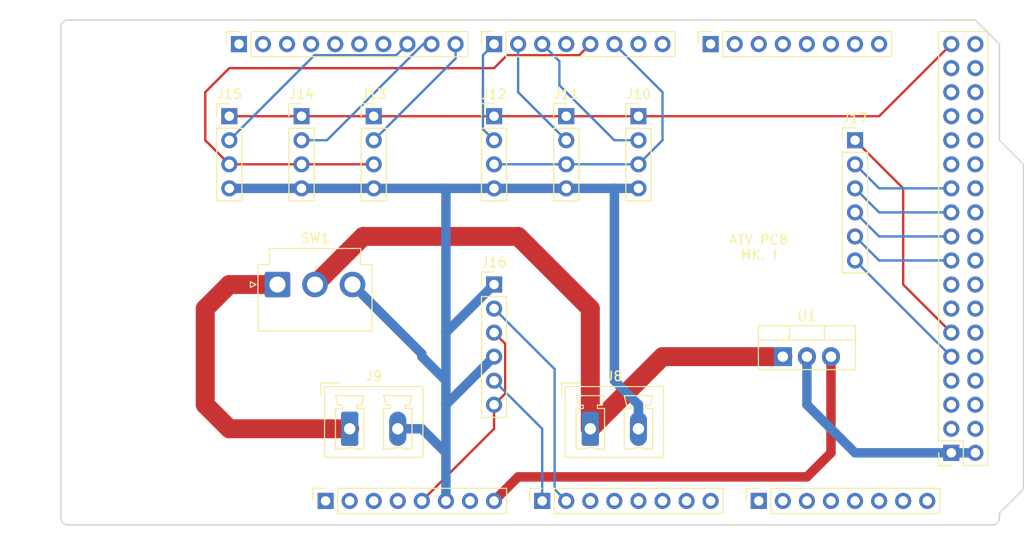
<source format=kicad_pcb>
(kicad_pcb (version 20221018) (generator pcbnew)
  (title_block (date "mar. 31 mars 2015"))
  (layers (0 "F.Cu" signal) (31 "B.Cu" signal) (34 "B.Paste" user) (35 "F.Paste" user) (36 "B.SilkS" user "B.Silkscreen") (37 "F.SilkS" user "F.Silkscreen") (38 "B.Mask" user) (39 "F.Mask" user) (44 "Edge.Cuts" user))
  (net 0 "")
  (net 1 "GND")
  (net 2 "/*52")
  (net 3 "/53")
  (net 4 "/50")
  (net 5 "/51")
  (net 6 "/48")
  (net 7 "/49")
  (net 8 "/*46")
  (net 9 "/47")
  (net 10 "/*44")
  (net 11 "/*45")
  (net 12 "/42")
  (net 13 "/43")
  (net 14 "/40")
  (net 15 "/41")
  (net 16 "/38")
  (net 17 "/39")
  (net 18 "/36")
  (net 19 "/37")
  (net 20 "/34")
  (net 21 "/35")
  (net 22 "/32")
  (net 23 "/33")
  (net 24 "/30")
  (net 25 "/31")
  (net 26 "/28")
  (net 27 "/29")
  (net 28 "/26")
  (net 29 "/27")
  (net 30 "/24")
  (net 31 "/25")
  (net 32 "/22")
  (net 33 "/23")
  (net 34 "+5V")
  (net 35 "/IOREF")
  (net 36 "/A0")
  (net 37 "/A1")
  (net 38 "/A2")
  (net 39 "/A3")
  (net 40 "/A4")
  (net 41 "/A5")
  (net 42 "/A6")
  (net 43 "/A7")
  (net 44 "/A8")
  (net 45 "/A9")
  (net 46 "/A10")
  (net 47 "/A11")
  (net 48 "/A12")
  (net 49 "/A13")
  (net 50 "/A14")
  (net 51 "/A15")
  (net 52 "/AREF")
  (net 53 "/*13")
  (net 54 "/*12")
  (net 55 "/*11")
  (net 56 "/*10")
  (net 57 "/*9")
  (net 58 "/*8")
  (net 59 "/*7")
  (net 60 "/*6")
  (net 61 "/*5")
  (net 62 "/*4")
  (net 63 "/*3")
  (net 64 "/*2")
  (net 65 "/TX0{slash}1")
  (net 66 "/RX0{slash}0")
  (net 67 "+3V3")
  (net 68 "/TX3{slash}14")
  (net 69 "/RX3{slash}15")
  (net 70 "/TX2{slash}16")
  (net 71 "/RX2{slash}17")
  (net 72 "/TX1{slash}18")
  (net 73 "/RX1{slash}19")
  (net 74 "/SDA{slash}20")
  (net 75 "/SCL{slash}21")
  (net 76 "/~{RESET}")
  (net 78 "Net-(J8-Pin_1)")
  (net 79 "VCC")
  (net 80 "Net-(J9-Pin_1)")
  (footprint "Connector_PinSocket_2.54mm:PinSocket_2x18_P2.54mm_Vertical" (layer "F.Cu") (at 193.98 92.38 180)
    (fp_text reference "J7" hide)
    (fp_text value "Digital")
    (fp_line (start -3.87 -1.33) (end -3.87 44.51) (stroke (width 0.12)) (layer "F.SilkS"))
    (fp_line (start -3.87 -1.33) (end -1.27 -1.33) (stroke (width 0.12)) (layer "F.SilkS"))
    (fp_line (start -3.87 44.51) (end 1.33 44.51) (stroke (width 0.12)) (layer "F.SilkS"))
    (fp_line (start -1.27 -1.33) (end -1.27 1.27) (stroke (width 0.12)) (layer "F.SilkS"))
    (fp_line (start -1.27 1.27) (end 1.33 1.27) (stroke (width 0.12)) (layer "F.SilkS"))
    (fp_line (start 0 -1.33) (end 1.33 -1.33) (stroke (width 0.12)) (layer "F.SilkS"))
    (fp_line (start 1.33 -1.33) (end 1.33 0) (stroke (width 0.12)) (layer "F.SilkS"))
    (fp_line (start 1.33 1.27) (end 1.33 44.51) (stroke (width 0.12)) (layer "F.SilkS"))
    (pad "1" thru_hole rect locked (at 0 0 180) (size 1.7 1.7) (drill 1) (layers "*.Cu" "*.Mask") (net 1 "GND"))
    (pad "2" thru_hole oval locked (at -2.54 0 180) (size 1.7 1.7) (drill 1) (layers "*.Cu" "*.Mask") (net 1 "GND"))
    (pad "3" thru_hole oval locked (at 0 2.54 180) (size 1.7 1.7) (drill 1) (layers "*.Cu" "*.Mask") (net 2 "/*52"))
    (pad "4" thru_hole oval locked (at -2.54 2.54 180) (size 1.7 1.7) (drill 1) (layers "*.Cu" "*.Mask") (net 3 "/53"))
    (pad "5" thru_hole oval locked (at 0 5.08 180) (size 1.7 1.7) (drill 1) (layers "*.Cu" "*.Mask") (net 4 "/50"))
    (pad "6" thru_hole oval locked (at -2.54 5.08 180) (size 1.7 1.7) (drill 1) (layers "*.Cu" "*.Mask") (net 5 "/51"))
    (pad "7" thru_hole oval locked (at 0 7.62 180) (size 1.7 1.7) (drill 1) (layers "*.Cu" "*.Mask") (net 6 "/48"))
    (pad "8" thru_hole oval locked (at -2.54 7.62 180) (size 1.7 1.7) (drill 1) (layers "*.Cu" "*.Mask") (net 7 "/49"))
    (pad "9" thru_hole oval locked (at 0 10.16 180) (size 1.7 1.7) (drill 1) (layers "*.Cu" "*.Mask") (net 8 "/*46"))
    (pad "10" thru_hole oval locked (at -2.54 10.16 180) (size 1.7 1.7) (drill 1) (layers "*.Cu" "*.Mask") (net 9 "/47"))
    (pad "11" thru_hole oval locked (at 0 12.7 180) (size 1.7 1.7) (drill 1) (layers "*.Cu" "*.Mask") (net 10 "/*44"))
    (pad "12" thru_hole oval locked (at -2.54 12.7 180) (size 1.7 1.7) (drill 1) (layers "*.Cu" "*.Mask") (net 11 "/*45"))
    (pad "13" thru_hole oval locked (at 0 15.24 180) (size 1.7 1.7) (drill 1) (layers "*.Cu" "*.Mask") (net 12 "/42"))
    (pad "14" thru_hole oval locked (at -2.54 15.24 180) (size 1.7 1.7) (drill 1) (layers "*.Cu" "*.Mask") (net 13 "/43"))
    (pad "15" thru_hole oval locked (at 0 17.78 180) (size 1.7 1.7) (drill 1) (layers "*.Cu" "*.Mask") (net 14 "/40"))
    (pad "16" thru_hole oval locked (at -2.54 17.78 180) (size 1.7 1.7) (drill 1) (layers "*.Cu" "*.Mask") (net 15 "/41"))
    (pad "17" thru_hole oval locked (at 0 20.32 180) (size 1.7 1.7) (drill 1) (layers "*.Cu" "*.Mask") (net 16 "/38"))
    (pad "18" thru_hole oval locked (at -2.54 20.32 180) (size 1.7 1.7) (drill 1) (layers "*.Cu" "*.Mask") (net 17 "/39"))
    (pad "19" thru_hole oval locked (at 0 22.86 180) (size 1.7 1.7) (drill 1) (layers "*.Cu" "*.Mask") (net 18 "/36"))
    (pad "20" thru_hole oval locked (at -2.54 22.86 180) (size 1.7 1.7) (drill 1) (layers "*.Cu" "*.Mask") (net 19 "/37"))
    (pad "21" thru_hole oval locked (at 0 25.4 180) (size 1.7 1.7) (drill 1) (layers "*.Cu" "*.Mask") (net 20 "/34"))
    (pad "22" thru_hole oval locked (at -2.54 25.4 180) (size 1.7 1.7) (drill 1) (layers "*.Cu" "*.Mask") (net 21 "/35"))
    (pad "23" thru_hole oval locked (at 0 27.94 180) (size 1.7 1.7) (drill 1) (layers "*.Cu" "*.Mask") (net 22 "/32"))
    (pad "24" thru_hole oval locked (at -2.54 27.94 180) (size 1.7 1.7) (drill 1) (layers "*.Cu" "*.Mask") (net 23 "/33"))
    (pad "25" thru_hole oval locked (at 0 30.48 180) (size 1.7 1.7) (drill 1) (layers "*.Cu" "*.Mask") (net 24 "/30"))
    (pad "26" thru_hole oval locked (at -2.54 30.48 180) (size 1.7 1.7) (drill 1) (layers "*.Cu" "*.Mask") (net 25 "/31"))
    (pad "27" thru_hole oval locked (at 0 33.02 180) (size 1.7 1.7) (drill 1) (layers "*.Cu" "*.Mask") (net 26 "/28"))
    (pad "28" thru_hole oval locked (at -2.54 33.02 180) (size 1.7 1.7) (drill 1) (layers "*.Cu" "*.Mask") (net 27 "/29"))
    (pad "29" thru_hole oval locked (at 0 35.56 180) (size 1.7 1.7) (drill 1) (layers "*.Cu" "*.Mask") (net 28 "/26"))
    (pad "30" thru_hole oval locked (at -2.54 35.56 180) (size 1.7 1.7) (drill 1) (layers "*.Cu" "*.Mask") (net 29 "/27"))
    (pad "31" thru_hole oval locked (at 0 38.1 180) (size 1.7 1.7) (drill 1) (layers "*.Cu" "*.Mask") (net 30 "/24"))
    (pad "32" thru_hole oval locked (at -2.54 38.1 180) (size 1.7 1.7) (drill 1) (layers "*.Cu" "*.Mask") (net 31 "/25"))
    (pad "33" thru_hole oval locked (at 0 40.64 180) (size 1.7 1.7) (drill 1) (layers "*.Cu" "*.Mask") (net 32 "/22"))
    (pad "34" thru_hole oval locked (at -2.54 40.64 180) (size 1.7 1.7) (drill 1) (layers "*.Cu" "*.Mask") (net 33 "/23"))
    (pad "35" thru_hole oval locked (at 0 43.18 180) (size 1.7 1.7) (drill 1) (layers "*.Cu" "*.Mask") (net 34 "+5V"))
    (pad "36" thru_hole oval locked (at -2.54 43.18 180) (size 1.7 1.7) (drill 1) (layers "*.Cu" "*.Mask") (net 34 "+5V"))
  )
  (footprint "Connector_PinSocket_2.54mm:PinSocket_1x08_P2.54mm_Vertical" (layer "F.Cu") (at 127.94 97.46 90)
    (fp_text reference "J1" hide)
    (fp_text value "Power")
    (fp_line (start -1.33 1.27) (end -1.33 19.11) (stroke (width 0.12)) (layer "F.SilkS"))
    (fp_line (start -1.33 1.27) (end 1.33 1.27) (stroke (width 0.12)) (layer "F.SilkS"))
    (fp_line (start -1.33 19.11) (end 1.33 19.11) (stroke (width 0.12)) (layer "F.SilkS"))
    (fp_line (start 0 -1.33) (end 1.33 -1.33) (stroke (width 0.12)) (layer "F.SilkS"))
    (fp_line (start 1.33 -1.33) (end 1.33 0) (stroke (width 0.12)) (layer "F.SilkS"))
    (fp_line (start 1.33 1.27) (end 1.33 19.11) (stroke (width 0.12)) (layer "F.SilkS"))
    (pad "1" thru_hole rect locked (at 0 0 90) (size 1.7 1.7) (drill 1) (layers "*.Cu" "*.Mask"))
    (pad "2" thru_hole oval locked (at 0 2.54 90) (size 1.7 1.7) (drill 1) (layers "*.Cu" "*.Mask") (net 35 "/IOREF"))
    (pad "3" thru_hole oval locked (at 0 5.08 90) (size 1.7 1.7) (drill 1) (layers "*.Cu" "*.Mask") (net 76 "/~{RESET}"))
    (pad "4" thru_hole oval locked (at 0 7.62 90) (size 1.7 1.7) (drill 1) (layers "*.Cu" "*.Mask") (net 67 "+3V3"))
    (pad "5" thru_hole oval locked (at 0 10.16 90) (size 1.7 1.7) (drill 1) (layers "*.Cu" "*.Mask") (net 34 "+5V"))
    (pad "6" thru_hole oval locked (at 0 12.7 90) (size 1.7 1.7) (drill 1) (layers "*.Cu" "*.Mask") (net 1 "GND"))
    (pad "7" thru_hole oval locked (at 0 15.24 90) (size 1.7 1.7) (drill 1) (layers "*.Cu" "*.Mask") (net 1 "GND"))
    (pad "8" thru_hole oval locked (at 0 17.78 90) (size 1.7 1.7) (drill 1) (layers "*.Cu" "*.Mask") (net 79 "VCC"))
  )
  (footprint "Connector_PinSocket_2.54mm:PinSocket_1x08_P2.54mm_Vertical" (layer "F.Cu") (at 150.8 97.46 90)
    (fp_text reference "J3" hide)
    (fp_text value "Analog")
    (fp_line (start -1.33 1.27) (end -1.33 19.11) (stroke (width 0.12)) (layer "F.SilkS"))
    (fp_line (start -1.33 1.27) (end 1.33 1.27) (stroke (width 0.12)) (layer "F.SilkS"))
    (fp_line (start -1.33 19.11) (end 1.33 19.11) (stroke (width 0.12)) (layer "F.SilkS"))
    (fp_line (start 0 -1.33) (end 1.33 -1.33) (stroke (width 0.12)) (layer "F.SilkS"))
    (fp_line (start 1.33 -1.33) (end 1.33 0) (stroke (width 0.12)) (layer "F.SilkS"))
    (fp_line (start 1.33 1.27) (end 1.33 19.11) (stroke (width 0.12)) (layer "F.SilkS"))
    (pad "1" thru_hole rect locked (at 0 0 90) (size 1.7 1.7) (drill 1) (layers "*.Cu" "*.Mask") (net 36 "/A0"))
    (pad "2" thru_hole oval locked (at 0 2.54 90) (size 1.7 1.7) (drill 1) (layers "*.Cu" "*.Mask") (net 37 "/A1"))
    (pad "3" thru_hole oval locked (at 0 5.08 90) (size 1.7 1.7) (drill 1) (layers "*.Cu" "*.Mask") (net 38 "/A2"))
    (pad "4" thru_hole oval locked (at 0 7.62 90) (size 1.7 1.7) (drill 1) (layers "*.Cu" "*.Mask") (net 39 "/A3"))
    (pad "5" thru_hole oval locked (at 0 10.16 90) (size 1.7 1.7) (drill 1) (layers "*.Cu" "*.Mask") (net 40 "/A4"))
    (pad "6" thru_hole oval locked (at 0 12.7 90) (size 1.7 1.7) (drill 1) (layers "*.Cu" "*.Mask") (net 41 "/A5"))
    (pad "7" thru_hole oval locked (at 0 15.24 90) (size 1.7 1.7) (drill 1) (layers "*.Cu" "*.Mask") (net 42 "/A6"))
    (pad "8" thru_hole oval locked (at 0 17.78 90) (size 1.7 1.7) (drill 1) (layers "*.Cu" "*.Mask") (net 43 "/A7"))
  )
  (footprint "Connector_PinSocket_2.54mm:PinSocket_1x08_P2.54mm_Vertical" (layer "F.Cu") (at 173.66 97.46 90)
    (fp_text reference "J5" hide)
    (fp_text value "Analog")
    (fp_line (start -1.33 1.27) (end -1.33 19.11) (stroke (width 0.12)) (layer "F.SilkS"))
    (fp_line (start -1.33 1.27) (end 1.33 1.27) (stroke (width 0.12)) (layer "F.SilkS"))
    (fp_line (start -1.33 19.11) (end 1.33 19.11) (stroke (width 0.12)) (layer "F.SilkS"))
    (fp_line (start 0 -1.33) (end 1.33 -1.33) (stroke (width 0.12)) (layer "F.SilkS"))
    (fp_line (start 1.33 -1.33) (end 1.33 0) (stroke (width 0.12)) (layer "F.SilkS"))
    (fp_line (start 1.33 1.27) (end 1.33 19.11) (stroke (width 0.12)) (layer "F.SilkS"))
    (pad "1" thru_hole rect locked (at 0 0 90) (size 1.7 1.7) (drill 1) (layers "*.Cu" "*.Mask") (net 44 "/A8"))
    (pad "2" thru_hole oval locked (at 0 2.54 90) (size 1.7 1.7) (drill 1) (layers "*.Cu" "*.Mask") (net 45 "/A9"))
    (pad "3" thru_hole oval locked (at 0 5.08 90) (size 1.7 1.7) (drill 1) (layers "*.Cu" "*.Mask") (net 46 "/A10"))
    (pad "4" thru_hole oval locked (at 0 7.62 90) (size 1.7 1.7) (drill 1) (layers "*.Cu" "*.Mask") (net 47 "/A11"))
    (pad "5" thru_hole oval locked (at 0 10.16 90) (size 1.7 1.7) (drill 1) (layers "*.Cu" "*.Mask") (net 48 "/A12"))
    (pad "6" thru_hole oval locked (at 0 12.7 90) (size 1.7 1.7) (drill 1) (layers "*.Cu" "*.Mask") (net 49 "/A13"))
    (pad "7" thru_hole oval locked (at 0 15.24 90) (size 1.7 1.7) (drill 1) (layers "*.Cu" "*.Mask") (net 50 "/A14"))
    (pad "8" thru_hole oval locked (at 0 17.78 90) (size 1.7 1.7) (drill 1) (layers "*.Cu" "*.Mask") (net 51 "/A15"))
  )
  (footprint "Connector_PinSocket_2.54mm:PinSocket_1x10_P2.54mm_Vertical" (layer "F.Cu") (at 118.796 49.2 90)
    (fp_text reference "J2" hide)
    (fp_text value "PWM")
    (fp_line (start -1.33 1.27) (end -1.33 24.19) (stroke (width 0.12)) (layer "F.SilkS"))
    (fp_line (start -1.33 1.27) (end 1.33 1.27) (stroke (width 0.12)) (layer "F.SilkS"))
    (fp_line (start -1.33 24.19) (end 1.33 24.19) (stroke (width 0.12)) (layer "F.SilkS"))
    (fp_line (start 0 -1.33) (end 1.33 -1.33) (stroke (width 0.12)) (layer "F.SilkS"))
    (fp_line (start 1.33 -1.33) (end 1.33 0) (stroke (width 0.12)) (layer "F.SilkS"))
    (fp_line (start 1.33 1.27) (end 1.33 24.19) (stroke (width 0.12)) (layer "F.SilkS"))
    (pad "1" thru_hole rect locked (at 0 0 90) (size 1.7 1.7) (drill 1) (layers "*.Cu" "*.Mask") (net 75 "/SCL{slash}21"))
    (pad "2" thru_hole oval locked (at 0 2.54 90) (size 1.7 1.7) (drill 1) (layers "*.Cu" "*.Mask") (net 74 "/SDA{slash}20"))
    (pad "3" thru_hole oval locked (at 0 5.08 90) (size 1.7 1.7) (drill 1) (layers "*.Cu" "*.Mask") (net 52 "/AREF"))
    (pad "4" thru_hole oval locked (at 0 7.62 90) (size 1.7 1.7) (drill 1) (layers "*.Cu" "*.Mask") (net 1 "GND"))
    (pad "5" thru_hole oval locked (at 0 10.16 90) (size 1.7 1.7) (drill 1) (layers "*.Cu" "*.Mask") (net 53 "/*13"))
    (pad "6" thru_hole oval locked (at 0 12.7 90) (size 1.7 1.7) (drill 1) (layers "*.Cu" "*.Mask") (net 54 "/*12"))
    (pad "7" thru_hole oval locked (at 0 15.24 90) (size 1.7 1.7) (drill 1) (layers "*.Cu" "*.Mask") (net 55 "/*11"))
    (pad "8" thru_hole oval locked (at 0 17.78 90) (size 1.7 1.7) (drill 1) (layers "*.Cu" "*.Mask") (net 56 "/*10"))
    (pad "9" thru_hole oval locked (at 0 20.32 90) (size 1.7 1.7) (drill 1) (layers "*.Cu" "*.Mask") (net 57 "/*9"))
    (pad "10" thru_hole oval locked (at 0 22.86 90) (size 1.7 1.7) (drill 1) (layers "*.Cu" "*.Mask") (net 58 "/*8"))
  )
  (footprint "Connector_PinSocket_2.54mm:PinSocket_1x08_P2.54mm_Vertical" (layer "F.Cu") (at 145.72 49.2 90)
    (fp_text reference "J4" hide)
    (fp_text value "PWM")
    (fp_line (start -1.33 1.27) (end -1.33 19.11) (stroke (width 0.12)) (layer "F.SilkS"))
    (fp_line (start -1.33 1.27) (end 1.33 1.27) (stroke (width 0.12)) (layer "F.SilkS"))
    (fp_line (start -1.33 19.11) (end 1.33 19.11) (stroke (width 0.12)) (layer "F.SilkS"))
    (fp_line (start 0 -1.33) (end 1.33 -1.33) (stroke (width 0.12)) (layer "F.SilkS"))
    (fp_line (start 1.33 -1.33) (end 1.33 0) (stroke (width 0.12)) (layer "F.SilkS"))
    (fp_line (start 1.33 1.27) (end 1.33 19.11) (stroke (width 0.12)) (layer "F.SilkS"))
    (pad "1" thru_hole rect locked (at 0 0 90) (size 1.7 1.7) (drill 1) (layers "*.Cu" "*.Mask") (net 59 "/*7"))
    (pad "2" thru_hole oval locked (at 0 2.54 90) (size 1.7 1.7) (drill 1) (layers "*.Cu" "*.Mask") (net 60 "/*6"))
    (pad "3" thru_hole oval locked (at 0 5.08 90) (size 1.7 1.7) (drill 1) (layers "*.Cu" "*.Mask") (net 61 "/*5"))
    (pad "4" thru_hole oval locked (at 0 7.62 90) (size 1.7 1.7) (drill 1) (layers "*.Cu" "*.Mask") (net 62 "/*4"))
    (pad "5" thru_hole oval locked (at 0 10.16 90) (size 1.7 1.7) (drill 1) (layers "*.Cu" "*.Mask") (net 63 "/*3"))
    (pad "6" thru_hole oval locked (at 0 12.7 90) (size 1.7 1.7) (drill 1) (layers "*.Cu" "*.Mask") (net 64 "/*2"))
    (pad "7" thru_hole oval locked (at 0 15.24 90) (size 1.7 1.7) (drill 1) (layers "*.Cu" "*.Mask") (net 65 "/TX0{slash}1"))
    (pad "8" thru_hole oval locked (at 0 17.78 90) (size 1.7 1.7) (drill 1) (layers "*.Cu" "*.Mask") (net 66 "/RX0{slash}0"))
  )
  (footprint "Connector_PinSocket_2.54mm:PinSocket_1x08_P2.54mm_Vertical" (layer "F.Cu") (at 168.58 49.2 90)
    (fp_text reference "J6" hide)
    (fp_text value "Communication")
    (fp_line (start -1.33 1.27) (end -1.33 19.11) (stroke (width 0.12)) (layer "F.SilkS"))
    (fp_line (start -1.33 1.27) (end 1.33 1.27) (stroke (width 0.12)) (layer "F.SilkS"))
    (fp_line (start -1.33 19.11) (end 1.33 19.11) (stroke (width 0.12)) (layer "F.SilkS"))
    (fp_line (start 0 -1.33) (end 1.33 -1.33) (stroke (width 0.12)) (layer "F.SilkS"))
    (fp_line (start 1.33 -1.33) (end 1.33 0) (stroke (width 0.12)) (layer "F.SilkS"))
    (fp_line (start 1.33 1.27) (end 1.33 19.11) (stroke (width 0.12)) (layer "F.SilkS"))
    (pad "1" thru_hole rect locked (at 0 0 90) (size 1.7 1.7) (drill 1) (layers "*.Cu" "*.Mask") (net 68 "/TX3{slash}14"))
    (pad "2" thru_hole oval locked (at 0 2.54 90) (size 1.7 1.7) (drill 1) (layers "*.Cu" "*.Mask") (net 69 "/RX3{slash}15"))
    (pad "3" thru_hole oval locked (at 0 5.08 90) (size 1.7 1.7) (drill 1) (layers "*.Cu" "*.Mask") (net 70 "/TX2{slash}16"))
    (pad "4" thru_hole oval locked (at 0 7.62 90) (size 1.7 1.7) (drill 1) (layers "*.Cu" "*.Mask") (net 71 "/RX2{slash}17"))
    (pad "5" thru_hole oval locked (at 0 10.16 90) (size 1.7 1.7) (drill 1) (layers "*.Cu" "*.Mask") (net 72 "/TX1{slash}18"))
    (pad "6" thru_hole oval locked (at 0 12.7 90) (size 1.7 1.7) (drill 1) (layers "*.Cu" "*.Mask") (net 73 "/RX1{slash}19"))
    (pad "7" thru_hole oval locked (at 0 15.24 90) (size 1.7 1.7) (drill 1) (layers "*.Cu" "*.Mask") (net 74 "/SDA{slash}20"))
    (pad "8" thru_hole oval locked (at 0 17.78 90) (size 1.7 1.7) (drill 1) (layers "*.Cu" "*.Mask") (net 75 "/SCL{slash}21"))
  )
  (footprint "Connector_Phoenix_MC_HighVoltage:PhoenixContact_MCV_1,5_2-G-5.08_1x02_P5.08mm_Vertical" (layer "F.Cu") (at 155.88 89.84)
    (fp_text reference "J8" (at 2.54 -5.55) (layer "F.SilkS"))
    (fp_text value "Battery 12vIN")
    (fp_line (start -3.04 -4.85) (end -1.04 -4.85) (stroke (width 0.12)) (layer "F.SilkS"))
    (fp_line (start -3.04 -3.6) (end -3.04 -4.85) (stroke (width 0.12)) (layer "F.SilkS"))
    (fp_line (start -2.65 -4.46) (end -2.65 3.01) (stroke (width 0.12)) (layer "F.SilkS"))
    (fp_line (start -2.65 3.01) (end 7.73 3.01) (stroke (width 0.12)) (layer "F.SilkS"))
    (fp_line (start -1.5 -3.5) (end 1.5 -3.5) (stroke (width 0.12)) (layer "F.SilkS"))
    (fp_line (start -1.5 -2.15) (end -0.75 -2.15) (stroke (width 0.12)) (layer "F.SilkS"))
    (fp_line (start -1.5 2.15) (end -1.5 -2.15) (stroke (width 0.12)) (layer "F.SilkS"))
    (fp_line (start -1.25 -2.5) (end -1.5 -3.5) (stroke (width 0.12)) (layer "F.SilkS"))
    (fp_line (start -0.75 -2.5) (end -1.25 -2.5) (stroke (width 0.12)) (layer "F.SilkS"))
    (fp_line (start -0.75 -2.15) (end -0.75 -2.5) (stroke (width 0.12)) (layer "F.SilkS"))
    (fp_line (start -0.75 2.15) (end -1.5 2.15) (stroke (width 0.12)) (layer "F.SilkS"))
    (fp_line (start 0.75 -2.5) (end 0.75 -2.15) (stroke (width 0.12)) (layer "F.SilkS"))
    (fp_line (start 0.75 -2.15) (end 1.5 -2.15) (stroke (width 0.12)) (layer "F.SilkS"))
    (fp_line (start 1.25 -2.5) (end 0.75 -2.5) (stroke (width 0.12)) (layer "F.SilkS"))
    (fp_line (start 1.5 -3.5) (end 1.25 -2.5) (stroke (width 0.12)) (layer "F.SilkS"))
    (fp_line (start 1.5 -2.15) (end 1.5 2.15) (stroke (width 0.12)) (layer "F.SilkS"))
    (fp_line (start 1.5 2.15) (end 0.75 2.15) (stroke (width 0.12)) (layer "F.SilkS"))
    (fp_line (start 3.58 -3.5) (end 6.58 -3.5) (stroke (width 0.12)) (layer "F.SilkS"))
    (fp_line (start 3.58 -2.15) (end 4.33 -2.15) (stroke (width 0.12)) (layer "F.SilkS"))
    (fp_line (start 3.58 2.15) (end 3.58 -2.15) (stroke (width 0.12)) (layer "F.SilkS"))
    (fp_line (start 3.83 -2.5) (end 3.58 -3.5) (stroke (width 0.12)) (layer "F.SilkS"))
    (fp_line (start 4.33 -2.5) (end 3.83 -2.5) (stroke (width 0.12)) (layer "F.SilkS"))
    (fp_line (start 4.33 -2.15) (end 4.33 -2.5) (stroke (width 0.12)) (layer "F.SilkS"))
    (fp_line (start 4.33 2.15) (end 3.58 2.15) (stroke (width 0.12)) (layer "F.SilkS"))
    (fp_line (start 5.83 -2.5) (end 5.83 -2.15) (stroke (width 0.12)) (layer "F.SilkS"))
    (fp_line (start 5.83 -2.15) (end 6.58 -2.15) (stroke (width 0.12)) (layer "F.SilkS"))
    (fp_line (start 6.33 -2.5) (end 5.83 -2.5) (stroke (width 0.12)) (layer "F.SilkS"))
    (fp_line (start 6.58 -3.5) (end 6.33 -2.5) (stroke (width 0.12)) (layer "F.SilkS"))
    (fp_line (start 6.58 -2.15) (end 6.58 2.15) (stroke (width 0.12)) (layer "F.SilkS"))
    (fp_line (start 6.58 2.15) (end 5.83 2.15) (stroke (width 0.12)) (layer "F.SilkS"))
    (fp_line (start 7.73 -4.46) (end -2.65 -4.46) (stroke (width 0.12)) (layer "F.SilkS"))
    (fp_line (start 7.73 3.01) (end 7.73 -4.46) (stroke (width 0.12)) (layer "F.SilkS"))
    (fp_arc (start -0.75 2.15) (mid -0.000193 1.99191) (end 0.749647 2.149844) (stroke (width 0.12)) (layer "F.SilkS"))
    (fp_arc (start 4.33 2.15) (mid 5.079807 1.99191) (end 5.829647 2.149844) (stroke (width 0.12)) (layer "F.SilkS"))
    (pad "1" thru_hole roundrect (at 0 0) (size 1.8 3.6) (drill 1.2) (layers "*.Cu" "*.Mask") (roundrect_rratio 0.1388888889) (net 78 "Net-(J8-Pin_1)"))
    (pad "2" thru_hole oval (at 5.08 0) (size 1.8 3.6) (drill 1.2) (layers "*.Cu" "*.Mask") (net 1 "GND"))
  )
  (footprint "Arduino_MountingHole:MountingHole_3.2mm" (layer "F.Cu") (at 196.52 97.46)
    (fp_text reference "MH6" hide)
    (fp_text value "MountingHole_3.2mm" hide)
    (pad "" np_thru_hole circle locked (at 0 0) (size 3.2 3.2) (drill 3.2) (layers "*.Cu" "*.Mask"))
  )
  (footprint "Connector_Phoenix_MC_HighVoltage:PhoenixContact_MCV_1,5_2-G-5.08_1x02_P5.08mm_Vertical" (layer "F.Cu") (at 130.48 89.84)
    (fp_text reference "J9" (at 2.54 -5.55) (layer "F.SilkS"))
    (fp_text value "Motor Controller ")
    (fp_line (start -3.04 -4.85) (end -1.04 -4.85) (stroke (width 0.12)) (layer "F.SilkS"))
    (fp_line (start -3.04 -3.6) (end -3.04 -4.85) (stroke (width 0.12)) (layer "F.SilkS"))
    (fp_line (start -2.65 -4.46) (end -2.65 3.01) (stroke (width 0.12)) (layer "F.SilkS"))
    (fp_line (start -2.65 3.01) (end 7.73 3.01) (stroke (width 0.12)) (layer "F.SilkS"))
    (fp_line (start -1.5 -3.5) (end 1.5 -3.5) (stroke (width 0.12)) (layer "F.SilkS"))
    (fp_line (start -1.5 -2.15) (end -0.75 -2.15) (stroke (width 0.12)) (layer "F.SilkS"))
    (fp_line (start -1.5 2.15) (end -1.5 -2.15) (stroke (width 0.12)) (layer "F.SilkS"))
    (fp_line (start -1.25 -2.5) (end -1.5 -3.5) (stroke (width 0.12)) (layer "F.SilkS"))
    (fp_line (start -0.75 -2.5) (end -1.25 -2.5) (stroke (width 0.12)) (layer "F.SilkS"))
    (fp_line (start -0.75 -2.15) (end -0.75 -2.5) (stroke (width 0.12)) (layer "F.SilkS"))
    (fp_line (start -0.75 2.15) (end -1.5 2.15) (stroke (width 0.12)) (layer "F.SilkS"))
    (fp_line (start 0.75 -2.5) (end 0.75 -2.15) (stroke (width 0.12)) (layer "F.SilkS"))
    (fp_line (start 0.75 -2.15) (end 1.5 -2.15) (stroke (width 0.12)) (layer "F.SilkS"))
    (fp_line (start 1.25 -2.5) (end 0.75 -2.5) (stroke (width 0.12)) (layer "F.SilkS"))
    (fp_line (start 1.5 -3.5) (end 1.25 -2.5) (stroke (width 0.12)) (layer "F.SilkS"))
    (fp_line (start 1.5 -2.15) (end 1.5 2.15) (stroke (width 0.12)) (layer "F.SilkS"))
    (fp_line (start 1.5 2.15) (end 0.75 2.15) (stroke (width 0.12)) (layer "F.SilkS"))
    (fp_line (start 3.58 -3.5) (end 6.58 -3.5) (stroke (width 0.12)) (layer "F.SilkS"))
    (fp_line (start 3.58 -2.15) (end 4.33 -2.15) (stroke (width 0.12)) (layer "F.SilkS"))
    (fp_line (start 3.58 2.15) (end 3.58 -2.15) (stroke (width 0.12)) (layer "F.SilkS"))
    (fp_line (start 3.83 -2.5) (end 3.58 -3.5) (stroke (width 0.12)) (layer "F.SilkS"))
    (fp_line (start 4.33 -2.5) (end 3.83 -2.5) (stroke (width 0.12)) (layer "F.SilkS"))
    (fp_line (start 4.33 -2.15) (end 4.33 -2.5) (stroke (width 0.12)) (layer "F.SilkS"))
    (fp_line (start 4.33 2.15) (end 3.58 2.15) (stroke (width 0.12)) (layer "F.SilkS"))
    (fp_line (start 5.83 -2.5) (end 5.83 -2.15) (stroke (width 0.12)) (layer "F.SilkS"))
    (fp_line (start 5.83 -2.15) (end 6.58 -2.15) (stroke (width 0.12)) (layer "F.SilkS"))
    (fp_line (start 6.33 -2.5) (end 5.83 -2.5) (stroke (width 0.12)) (layer "F.SilkS"))
    (fp_line (start 6.58 -3.5) (end 6.33 -2.5) (stroke (width 0.12)) (layer "F.SilkS"))
    (fp_line (start 6.58 -2.15) (end 6.58 2.15) (stroke (width 0.12)) (layer "F.SilkS"))
    (fp_line (start 6.58 2.15) (end 5.83 2.15) (stroke (width 0.12)) (layer "F.SilkS"))
    (fp_line (start 7.73 -4.46) (end -2.65 -4.46) (stroke (width 0.12)) (layer "F.SilkS"))
    (fp_line (start 7.73 3.01) (end 7.73 -4.46) (stroke (width 0.12)) (layer "F.SilkS"))
    (fp_arc (start -0.75 2.15) (mid -0.000193 1.99191) (end 0.749647 2.149844) (stroke (width 0.12)) (layer "F.SilkS"))
    (fp_arc (start 4.33 2.15) (mid 5.079807 1.99191) (end 5.829647 2.149844) (stroke (width 0.12)) (layer "F.SilkS"))
    (pad "1" thru_hole roundrect (at 0 0) (size 1.8 3.6) (drill 1.2) (layers "*.Cu" "*.Mask") (roundrect_rratio 0.1388888889) (net 80 "Net-(J9-Pin_1)"))
    (pad "2" thru_hole oval (at 5.08 0) (size 1.8 3.6) (drill 1.2) (layers "*.Cu" "*.Mask") (net 1 "GND"))
  )
  (footprint "Connector_PinHeader_2.54mm:PinHeader_1x06_P2.54mm_Vertical" (layer "F.Cu") (at 183.82 59.36)
    (fp_text reference "J17" (at 0 -2.33) (layer "F.SilkS"))
    (fp_text value "MotorControl")
    (fp_line (start -1.33 -1.33) (end 0 -1.33) (stroke (width 0.12)) (layer "F.SilkS"))
    (fp_line (start -1.33 0) (end -1.33 -1.33) (stroke (width 0.12)) (layer "F.SilkS"))
    (fp_line (start -1.33 1.27) (end -1.33 14.03) (stroke (width 0.12)) (layer "F.SilkS"))
    (fp_line (start -1.33 1.27) (end 1.33 1.27) (stroke (width 0.12)) (layer "F.SilkS"))
    (fp_line (start -1.33 14.03) (end 1.33 14.03) (stroke (width 0.12)) (layer "F.SilkS"))
    (fp_line (start 1.33 1.27) (end 1.33 14.03) (stroke (width 0.12)) (layer "F.SilkS"))
    (pad "1" thru_hole rect (at 0 0) (size 1.7 1.7) (drill 1) (layers "*.Cu" "*.Mask") (net 10 "/*44"))
    (pad "2" thru_hole oval (at 0 2.54) (size 1.7 1.7) (drill 1) (layers "*.Cu" "*.Mask") (net 22 "/32"))
    (pad "3" thru_hole oval (at 0 5.08) (size 1.7 1.7) (drill 1) (layers "*.Cu" "*.Mask") (net 20 "/34"))
    (pad "4" thru_hole oval (at 0 7.62) (size 1.7 1.7) (drill 1) (layers "*.Cu" "*.Mask") (net 18 "/36"))
    (pad "5" thru_hole oval (at 0 10.16) (size 1.7 1.7) (drill 1) (layers "*.Cu" "*.Mask") (net 16 "/38"))
    (pad "6" thru_hole oval (at 0 12.7) (size 1.7 1.7) (drill 1) (layers "*.Cu" "*.Mask") (net 8 "/*46"))
  )
  (footprint "Connector_PinHeader_2.54mm:PinHeader_1x04_P2.54mm_Vertical" (layer "F.Cu") (at 117.78 56.82)
    (fp_text reference "J15" (at 0 -2.33) (layer "F.SilkS"))
    (fp_text value "SE Sensor")
    (fp_line (start -1.33 -1.33) (end 0 -1.33) (stroke (width 0.12)) (layer "F.SilkS"))
    (fp_line (start -1.33 0) (end -1.33 -1.33) (stroke (width 0.12)) (layer "F.SilkS"))
    (fp_line (start -1.33 1.27) (end -1.33 8.95) (stroke (width 0.12)) (layer "F.SilkS"))
    (fp_line (start -1.33 1.27) (end 1.33 1.27) (stroke (width 0.12)) (layer "F.SilkS"))
    (fp_line (start -1.33 8.95) (end 1.33 8.95) (stroke (width 0.12)) (layer "F.SilkS"))
    (fp_line (start 1.33 1.27) (end 1.33 8.95) (stroke (width 0.12)) (layer "F.SilkS"))
    (pad "1" thru_hole rect (at 0 0) (size 1.7 1.7) (drill 1) (layers "*.Cu" "*.Mask") (net 34 "+5V"))
    (pad "2" thru_hole oval (at 0 2.54) (size 1.7 1.7) (drill 1) (layers "*.Cu" "*.Mask") (net 56 "/*10"))
    (pad "3" thru_hole oval (at 0 5.08) (size 1.7 1.7) (drill 1) (layers "*.Cu" "*.Mask") (net 63 "/*3"))
    (pad "4" thru_hole oval (at 0 7.62) (size 1.7 1.7) (drill 1) (layers "*.Cu" "*.Mask") (net 1 "GND"))
  )
  (footprint "Arduino_MountingHole:MountingHole_3.2mm" (layer "F.Cu") (at 115.24 49.2)
    (fp_text reference "MH1" hide)
    (fp_text value "MountingHole_3.2mm" hide)
    (pad "" np_thru_hole circle locked (at 0 0) (size 3.2 3.2) (drill 3.2) (layers "*.Cu" "*.Mask"))
  )
  (footprint "Connector_PinHeader_2.54mm:PinHeader_1x06_P2.54mm_Vertical" (layer "F.Cu") (at 145.72 74.6)
    (fp_text reference "J16" (at 0 -2.33) (layer "F.SilkS"))
    (fp_text value "Joystick")
    (fp_line (start -1.33 -1.33) (end 0 -1.33) (stroke (width 0.12)) (layer "F.SilkS"))
    (fp_line (start -1.33 0) (end -1.33 -1.33) (stroke (width 0.12)) (layer "F.SilkS"))
    (fp_line (start -1.33 1.27) (end -1.33 14.03) (stroke (width 0.12)) (layer "F.SilkS"))
    (fp_line (start -1.33 1.27) (end 1.33 1.27) (stroke (width 0.12)) (layer "F.SilkS"))
    (fp_line (start -1.33 14.03) (end 1.33 14.03) (stroke (width 0.12)) (layer "F.SilkS"))
    (fp_line (start 1.33 1.27) (end 1.33 14.03) (stroke (width 0.12)) (layer "F.SilkS"))
    (pad "1" thru_hole rect (at 0 0) (size 1.7 1.7) (drill 1) (layers "*.Cu" "*.Mask") (net 1 "GND"))
    (pad "2" thru_hole oval (at 0 2.54) (size 1.7 1.7) (drill 1) (layers "*.Cu" "*.Mask") (net 37 "/A1"))
    (pad "3" thru_hole oval (at 0 5.08) (size 1.7 1.7) (drill 1) (layers "*.Cu" "*.Mask") (net 34 "+5V"))
    (pad "4" thru_hole oval (at 0 7.62) (size 1.7 1.7) (drill 1) (layers "*.Cu" "*.Mask") (net 1 "GND"))
    (pad "5" thru_hole oval (at 0 10.16) (size 1.7 1.7) (drill 1) (layers "*.Cu" "*.Mask") (net 36 "/A0"))
    (pad "6" thru_hole oval (at 0 12.7) (size 1.7 1.7) (drill 1) (layers "*.Cu" "*.Mask") (net 34 "+5V"))
  )
  (footprint "Connector_PinHeader_2.54mm:PinHeader_1x04_P2.54mm_Vertical" (layer "F.Cu") (at 133.02 56.82)
    (fp_text reference "J13" (at 0 -2.33) (layer "F.SilkS"))
    (fp_text value "SW Sensor")
    (fp_line (start -1.33 -1.33) (end 0 -1.33) (stroke (width 0.12)) (layer "F.SilkS"))
    (fp_line (start -1.33 0) (end -1.33 -1.33) (stroke (width 0.12)) (layer "F.SilkS"))
    (fp_line (start -1.33 1.27) (end -1.33 8.95) (stroke (width 0.12)) (layer "F.SilkS"))
    (fp_line (start -1.33 1.27) (end 1.33 1.27) (stroke (width 0.12)) (layer "F.SilkS"))
    (fp_line (start -1.33 8.95) (end 1.33 8.95) (stroke (width 0.12)) (layer "F.SilkS"))
    (fp_line (start 1.33 1.27) (end 1.33 8.95) (stroke (width 0.12)) (layer "F.SilkS"))
    (pad "1" thru_hole rect (at 0 0) (size 1.7 1.7) (drill 1) (layers "*.Cu" "*.Mask") (net 34 "+5V"))
    (pad "2" thru_hole oval (at 0 2.54) (size 1.7 1.7) (drill 1) (layers "*.Cu" "*.Mask") (net 58 "/*8"))
    (pad "3" thru_hole oval (at 0 5.08) (size 1.7 1.7) (drill 1) (layers "*.Cu" "*.Mask") (net 63 "/*3"))
    (pad "4" thru_hole oval (at 0 7.62) (size 1.7 1.7) (drill 1) (layers "*.Cu" "*.Mask") (net 1 "GND"))
  )
  (footprint "Connector_PinHeader_2.54mm:PinHeader_1x04_P2.54mm_Vertical" (layer "F.Cu") (at 125.4 56.82)
    (fp_text reference "J14" (at 0 -2.33) (layer "F.SilkS"))
    (fp_text value "S Sensor")
    (fp_line (start -1.33 -1.33) (end 0 -1.33) (stroke (width 0.12)) (layer "F.SilkS"))
    (fp_line (start -1.33 0) (end -1.33 -1.33) (stroke (width 0.12)) (layer "F.SilkS"))
    (fp_line (start -1.33 1.27) (end -1.33 8.95) (stroke (width 0.12)) (layer "F.SilkS"))
    (fp_line (start -1.33 1.27) (end 1.33 1.27) (stroke (width 0.12)) (layer "F.SilkS"))
    (fp_line (start -1.33 8.95) (end 1.33 8.95) (stroke (width 0.12)) (layer "F.SilkS"))
    (fp_line (start 1.33 1.27) (end 1.33 8.95) (stroke (width 0.12)) (layer "F.SilkS"))
    (pad "1" thru_hole rect (at 0 0) (size 1.7 1.7) (drill 1) (layers "*.Cu" "*.Mask") (net 34 "+5V"))
    (pad "2" thru_hole oval (at 0 2.54) (size 1.7 1.7) (drill 1) (layers "*.Cu" "*.Mask") (net 57 "/*9"))
    (pad "3" thru_hole oval (at 0 5.08) (size 1.7 1.7) (drill 1) (layers "*.Cu" "*.Mask") (net 63 "/*3"))
    (pad "4" thru_hole oval (at 0 7.62) (size 1.7 1.7) (drill 1) (layers "*.Cu" "*.Mask") (net 1 "GND"))
  )
  (footprint "Connector_PinHeader_2.54mm:PinHeader_1x04_P2.54mm_Vertical" (layer "F.Cu") (at 160.96 56.82)
    (fp_text reference "J10" (at 0 -2.33) (layer "F.SilkS"))
    (fp_text value "NW Sensor")
    (fp_line (start -1.33 -1.33) (end 0 -1.33) (stroke (width 0.12)) (layer "F.SilkS"))
    (fp_line (start -1.33 0) (end -1.33 -1.33) (stroke (width 0.12)) (layer "F.SilkS"))
    (fp_line (start -1.33 1.27) (end -1.33 8.95) (stroke (width 0.12)) (layer "F.SilkS"))
    (fp_line (start -1.33 1.27) (end 1.33 1.27) (stroke (width 0.12)) (layer "F.SilkS"))
    (fp_line (start -1.33 8.95) (end 1.33 8.95) (stroke (width 0.12)) (layer "F.SilkS"))
    (fp_line (start 1.33 1.27) (end 1.33 8.95) (stroke (width 0.12)) (layer "F.SilkS"))
    (pad "1" thru_hole rect (at 0 0) (size 1.7 1.7) (drill 1) (layers "*.Cu" "*.Mask") (net 34 "+5V"))
    (pad "2" thru_hole oval (at 0 2.54) (size 1.7 1.7) (drill 1) (layers "*.Cu" "*.Mask") (net 61 "/*5"))
    (pad "3" thru_hole oval (at 0 5.08) (size 1.7 1.7) (drill 1) (layers "*.Cu" "*.Mask") (net 64 "/*2"))
    (pad "4" thru_hole oval (at 0 7.62) (size 1.7 1.7) (drill 1) (layers "*.Cu" "*.Mask") (net 1 "GND"))
  )
  (footprint "Connector_PinHeader_2.54mm:PinHeader_1x04_P2.54mm_Vertical" (layer "F.Cu") (at 153.34 56.82)
    (fp_text reference "J11" (at 0 -2.33) (layer "F.SilkS"))
    (fp_text value "N Sensor")
    (fp_line (start -1.33 -1.33) (end 0 -1.33) (stroke (width 0.12)) (layer "F.SilkS"))
    (fp_line (start -1.33 0) (end -1.33 -1.33) (stroke (width 0.12)) (layer "F.SilkS"))
    (fp_line (start -1.33 1.27) (end -1.33 8.95) (stroke (width 0.12)) (layer "F.SilkS"))
    (fp_line (start -1.33 1.27) (end 1.33 1.27) (stroke (width 0.12)) (layer "F.SilkS"))
    (fp_line (start -1.33 8.95) (end 1.33 8.95) (stroke (width 0.12)) (layer "F.SilkS"))
    (fp_line (start 1.33 1.27) (end 1.33 8.95) (stroke (width 0.12)) (layer "F.SilkS"))
    (pad "1" thru_hole rect (at 0 0) (size 1.7 1.7) (drill 1) (layers "*.Cu" "*.Mask") (net 34 "+5V"))
    (pad "2" thru_hole oval (at 0 2.54) (size 1.7 1.7) (drill 1) (layers "*.Cu" "*.Mask") (net 60 "/*6"))
    (pad "3" thru_hole oval (at 0 5.08) (size 1.7 1.7) (drill 1) (layers "*.Cu" "*.Mask") (net 64 "/*2"))
    (pad "4" thru_hole oval (at 0 7.62) (size 1.7 1.7) (drill 1) (layers "*.Cu" "*.Mask") (net 1 "GND"))
  )
  (footprint "Package_TO_SOT_THT:TO-220-3_Vertical" (layer "F.Cu") (at 176.2 82.22)
    (fp_text reference "U1" (at 2.54 -4.27) (layer "F.SilkS"))
    (fp_text value "L7809")
    (fp_line (start -2.58 -3.27) (end -2.58 1.371) (stroke (width 0.12)) (layer "F.SilkS"))
    (fp_line (start -2.58 -3.27) (end 7.66 -3.27) (stroke (width 0.12)) (layer "F.SilkS"))
    (fp_line (start -2.58 -1.76) (end 7.66 -1.76) (stroke (width 0.12)) (layer "F.SilkS"))
    (fp_line (start -2.58 1.371) (end 7.66 1.371) (stroke (width 0.12)) (layer "F.SilkS"))
    (fp_line (start 0.69 -3.27) (end 0.69 -1.76) (stroke (width 0.12)) (layer "F.SilkS"))
    (fp_line (start 4.391 -3.27) (end 4.391 -1.76) (stroke (width 0.12)) (layer "F.SilkS"))
    (fp_line (start 7.66 -3.27) (end 7.66 1.371) (stroke (width 0.12)) (layer "F.SilkS"))
    (pad "1" thru_hole rect (at 0 0) (size 1.905 2) (drill 1.1) (layers "*.Cu" "*.Mask") (net 78 "Net-(J8-Pin_1)"))
    (pad "2" thru_hole oval (at 2.54 0) (size 1.905 2) (drill 1.1) (layers "*.Cu" "*.Mask") (net 1 "GND"))
    (pad "3" thru_hole oval (at 5.08 0) (size 1.905 2) (drill 1.1) (layers "*.Cu" "*.Mask") (net 79 "VCC"))
  )
  (footprint "Connector_JST:JST_VH_B3P-VH-B_1x03_P3.96mm_Vertical" (layer "F.Cu") (at 122.86 74.6)
    (fp_text reference "SW1" (at 3.96 -4.9) (layer "F.SilkS"))
    (fp_text value "EStop")
    (fp_line (start -2.86 -0.3) (end -2.26 0) (stroke (width 0.12)) (layer "F.SilkS"))
    (fp_line (start -2.86 0.3) (end -2.86 -0.3) (stroke (width 0.12)) (layer "F.SilkS"))
    (fp_line (start -2.26 0) (end -2.86 0.3) (stroke (width 0.12)) (layer "F.SilkS"))
    (fp_line (start -2.06 -2.11) (end -0.86 -2.11) (stroke (width 0.12)) (layer "F.SilkS"))
    (fp_line (start -2.06 4.91) (end -2.06 -2.11) (stroke (width 0.12)) (layer "F.SilkS"))
    (fp_line (start -0.86 -3.81) (end 8.78 -3.81) (stroke (width 0.12)) (layer "F.SilkS"))
    (fp_line (start -0.86 -2.11) (end -0.86 -3.81) (stroke (width 0.12)) (layer "F.SilkS"))
    (fp_line (start 8.78 -3.81) (end 8.78 -2.11) (stroke (width 0.12)) (layer "F.SilkS"))
    (fp_line (start 8.78 -2.11) (end 9.98 -2.11) (stroke (width 0.12)) (layer "F.SilkS"))
    (fp_line (start 9.98 -2.11) (end 9.98 4.91) (stroke (width 0.12)) (layer "F.SilkS"))
    (fp_line (start 9.98 4.91) (end -2.06 4.91) (stroke (width 0.12)) (layer "F.SilkS"))
    (pad "1" thru_hole roundrect (at 0 0) (size 2.7 2.7) (drill 1.7) (layers "*.Cu" "*.Mask") (roundrect_rratio 0.09259296296) (net 80 "Net-(J9-Pin_1)"))
    (pad "2" thru_hole circle (at 3.96 0) (size 2.7 2.7) (drill 1.7) (layers "*.Cu" "*.Mask") (net 78 "Net-(J8-Pin_1)"))
    (pad "3" thru_hole circle (at 7.92 0) (size 2.7 2.7) (drill 1.7) (layers "*.Cu" "*.Mask") (net 1 "GND"))
  )
  (footprint "Connector_PinHeader_2.54mm:PinHeader_1x04_P2.54mm_Vertical" (layer "F.Cu") (at 145.72 56.82)
    (fp_text reference "J12" (at 0 -2.33) (layer "F.SilkS"))
    (fp_text value "NE Sensor")
    (fp_line (start -1.33 -1.33) (end 0 -1.33) (stroke (width 0.12)) (layer "F.SilkS"))
    (fp_line (start -1.33 0) (end -1.33 -1.33) (stroke (width 0.12)) (layer "F.SilkS"))
    (fp_line (start -1.33 1.27) (end -1.33 8.95) (stroke (width 0.12)) (layer "F.SilkS"))
    (fp_line (start -1.33 1.27) (end 1.33 1.27) (stroke (width 0.12)) (layer "F.SilkS"))
    (fp_line (start -1.33 8.95) (end 1.33 8.95) (stroke (width 0.12)) (layer "F.SilkS"))
    (fp_line (start 1.33 1.27) (end 1.33 8.95) (stroke (width 0.12)) (layer "F.SilkS"))
    (pad "1" thru_hole rect (at 0 0) (size 1.7 1.7) (drill 1) (layers "*.Cu" "*.Mask") (net 34 "+5V"))
    (pad "2" thru_hole oval (at 0 2.54) (size 1.7 1.7) (drill 1) (layers "*.Cu" "*.Mask") (net 59 "/*7"))
    (pad "3" thru_hole oval (at 0 5.08) (size 1.7 1.7) (drill 1) (layers "*.Cu" "*.Mask") (net 64 "/*2"))
    (pad "4" thru_hole oval (at 0 7.62) (size 1.7 1.7) (drill 1) (layers "*.Cu" "*.Mask") (net 1 "GND"))
  )
  (footprint "Arduino_MountingHole:MountingHole_3.2mm" (layer "F.Cu") (at 113.97 97.46)
    (fp_text reference "MH2" hide)
    (fp_text value "MountingHole_3.2mm" hide)
    (pad "" np_thru_hole circle locked (at 0 0) (size 3.2 3.2) (drill 3.2) (layers "*.Cu" "*.Mask"))
  )
  (footprint "Arduino_MountingHole:MountingHole_3.2mm" (layer "F.Cu") (at 166.04 64.44)
    (fp_text reference "MH3" hide)
    (fp_text value "MountingHole_3.2mm" hide)
    (pad "" np_thru_hole circle locked (at 0 0) (size 3.2 3.2) (drill 3.2) (layers "*.Cu" "*.Mask"))
  )
  (footprint "Arduino_MountingHole:MountingHole_3.2mm" (layer "F.Cu") (at 166.04 92.38)
    (fp_text reference "MH4" hide)
    (fp_text value "MountingHole_3.2mm" hide)
    (pad "" np_thru_hole circle locked (at 0 0) (size 3.2 3.2) (drill 3.2) (layers "*.Cu" "*.Mask"))
  )
  (footprint "Arduino_MountingHole:MountingHole_3.2mm" (layer "F.Cu") (at 190.17 49.2)
    (fp_text reference "MH5" hide)
    (fp_text value "MountingHole_3.2mm" hide)
    (pad "" np_thru_hole circle locked (at 0 0) (size 3.2 3.2) (drill 3.2) (layers "*.Cu" "*.Mask"))
  )
  (gr_line (start 199.06 59.36) (end 201.6 61.9) (stroke (width 0.15)) (layer "Edge.Cuts"))
  (gr_line (start 100 99.238) (end 100 47.422) (stroke (width 0.15)) (layer "Edge.Cuts"))
  (gr_line (start 201.6 61.9) (end 201.6 96.19) (stroke (width 0.15)) (layer "Edge.Cuts"))
  (gr_line (start 198.298 100) (end 100.762 100) (stroke (width 0.15)) (layer "Edge.Cuts"))
  (gr_line (start 100.762 46.66) (end 196.52 46.66) (stroke (width 0.15)) (layer "Edge.Cuts"))
  (gr_arc (start 100.762 100) (mid 100.223185 99.776815) (end 100 99.238) (stroke (width 0.15)) (layer "Edge.Cuts"))
  (gr_line (start 201.6 96.19) (end 199.06 98.73) (stroke (width 0.15)) (layer "Edge.Cuts"))
  (gr_line (start 196.52 46.66) (end 199.06 49.2) (stroke (width 0.15)) (layer "Edge.Cuts"))
  (gr_arc (start 199.06 99.238) (mid 198.836815 99.776815) (end 198.298 100) (stroke (width 0.15)) (layer "Edge.Cuts"))
  (gr_line (start 199.06 49.2) (end 199.06 59.36) (stroke (width 0.15)) (layer "Edge.Cuts"))
  (gr_line (start 199.06 98.73) (end 199.06 99.238) (stroke (width 0.15)) (layer "Edge.Cuts"))
  (gr_arc (start 100 47.422) (mid 100.223185 46.883185) (end 100.762 46.66) (stroke (width 0.15)) (layer "Edge.Cuts"))
  (gr_text "ATV PCB\nMK. I" (at 173.66 72.06) (layer "F.SilkS") (effects (font (size 1 1)) (justify bottom)))
  (segment (start 160.96 87.3) (end 160.96 89.84) (width 1) (layer "B.Cu") (net 1))
  (segment (start 140.64 89.84) (end 140.64 97.46) (width 1) (layer "B.Cu") (net 1))
  (segment (start 158.42 84.76) (end 160.96 87.3) (width 1) (layer "B.Cu") (net 1))
  (segment (start 138.1 82.22) (end 138.1 81.92) (width 1) (layer "B.Cu") (net 1))
  (segment (start 193.98 92.38) (end 196.52 92.38) (width 1) (layer "B.Cu") (net 1))
  (segment (start 138.1 81.92) (end 130.78 74.6) (width 1) (layer "B.Cu") (net 1))
  (segment (start 140.64 84.76) (end 140.64 79.68) (width 1) (layer "B.Cu") (net 1))
  (segment (start 140.64 89.84) (end 140.64 87.3) (width 1) (layer "B.Cu") (net 1))
  (segment (start 138.1 89.84) (end 135.56 89.84) (width 1) (layer "B.Cu") (net 1))
  (segment (start 153.34 64.44) (end 158.42 64.44) (width 1) (layer "B.Cu") (net 1))
  (segment (start 183.82 92.38) (end 193.98 92.38) (width 1) (layer "B.Cu") (net 1))
  (segment (start 133.02 64.44) (end 145.72 64.44) (width 1) (layer "B.Cu") (net 1))
  (segment (start 140.64 87.3) (end 140.64 84.76) (width 1) (layer "B.Cu") (net 1))
  (segment (start 178.74 87.3) (end 183.82 92.38) (width 1) (layer "B.Cu") (net 1))
  (segment (start 140.64 79.68) (end 140.64 64.44) (width 1) (layer "B.Cu") (net 1))
  (segment (start 145.72 64.44) (end 153.34 64.44) (width 1) (layer "B.Cu") (net 1))
  (segment (start 158.42 64.44) (end 158.42 84.76) (width 1) (layer "B.Cu") (net 1))
  (segment (start 140.64 87.3) (end 145.72 82.22) (width 1) (layer "B.Cu") (net 1))
  (segment (start 140.64 92.38) (end 138.1 89.84) (width 1) (layer "B.Cu") (net 1))
  (segment (start 178.74 82.22) (end 178.74 87.3) (width 1) (layer "B.Cu") (net 1))
  (segment (start 140.64 79.68) (end 145.72 74.6) (width 1) (layer "B.Cu") (net 1))
  (segment (start 138.1 82.22) (end 140.64 84.76) (width 1) (layer "B.Cu") (net 1))
  (segment (start 158.42 64.44) (end 160.96 64.44) (width 1) (layer "B.Cu") (net 1))
  (segment (start 117.78 64.44) (end 125.4 64.44) (width 1) (layer "B.Cu") (net 1))
  (segment (start 125.4 64.44) (end 133.02 64.44) (width 1) (layer "B.Cu") (net 1))
  (segment (start 183.82 72.06) (end 193.98 82.22) (width 0.25) (layer "B.Cu") (net 8))
  (segment (start 188.9 64.44) (end 188.9 74.6) (width 0.25) (layer "F.Cu") (net 10))
  (segment (start 183.82 59.36) (end 188.9 64.44) (width 0.25) (layer "F.Cu") (net 10))
  (segment (start 188.9 74.6) (end 193.98 79.68) (width 0.25) (layer "F.Cu") (net 10))
  (segment (start 186.36 72.06) (end 193.98 72.06) (width 0.25) (layer "B.Cu") (net 16))
  (segment (start 183.82 69.52) (end 186.36 72.06) (width 0.25) (layer "B.Cu") (net 16))
  (segment (start 186.36 69.52) (end 193.98 69.52) (width 0.25) (layer "B.Cu") (net 18))
  (segment (start 183.82 66.98) (end 186.36 69.52) (width 0.25) (layer "B.Cu") (net 18))
  (segment (start 183.82 64.44) (end 186.36 66.98) (width 0.25) (layer "B.Cu") (net 20))
  (segment (start 186.36 66.98) (end 193.98 66.98) (width 0.25) (layer "B.Cu") (net 20))
  (segment (start 183.82 61.9) (end 186.36 64.44) (width 0.25) (layer "B.Cu") (net 22))
  (segment (start 186.36 64.44) (end 193.98 64.44) (width 0.25) (layer "B.Cu") (net 22))
  (segment (start 146.895 86.125) (end 146.895 80.855) (width 0.25) (layer "F.Cu") (net 34))
  (segment (start 153.34 56.82) (end 145.72 56.82) (width 0.25) (layer "F.Cu") (net 34))
  (segment (start 146.895 80.855) (end 145.72 79.68) (width 0.25) (layer "F.Cu") (net 34))
  (segment (start 186.36 56.82) (end 160.96 56.82) (width 0.25) (layer "F.Cu") (net 34))
  (segment (start 138.1 97.46) (end 145.72 89.84) (width 0.25) (layer "F.Cu") (net 34))
  (segment (start 193.98 49.2) (end 186.36 56.82) (width 0.25) (layer "F.Cu") (net 34))
  (segment (start 140.64 56.82) (end 133.02 56.82) (width 0.25) (layer "F.Cu") (net 34))
  (segment (start 145.72 87.3) (end 146.895 86.125) (width 0.25) (layer "F.Cu") (net 34))
  (segment (start 160.96 56.82) (end 153.34 56.82) (width 0.25) (layer "F.Cu") (net 34))
  (segment (start 125.4 56.82) (end 117.78 56.82) (width 0.25) (layer "F.Cu") (net 34))
  (segment (start 145.72 89.84) (end 145.72 87.3) (width 0.25) (layer "F.Cu") (net 34))
  (segment (start 133.02 56.82) (end 125.4 56.82) (width 0.25) (layer "F.Cu") (net 34))
  (segment (start 145.72 56.82) (end 140.64 56.82) (width 0.25) (layer "F.Cu") (net 34))
  (segment (start 150.8 89.84) (end 150.8 97.46) (width 0.25) (layer "B.Cu") (net 36))
  (segment (start 145.72 84.76) (end 150.8 89.84) (width 0.25) (layer "B.Cu") (net 36))
  (segment (start 152.115 83.535) (end 152.115 96.235) (width 0.25) (layer "B.Cu") (net 37))
  (segment (start 145.72 77.14) (end 152.115 83.535) (width 0.25) (layer "B.Cu") (net 37))
  (segment (start 152.115 96.235) (end 153.34 97.46) (width 0.25) (layer "B.Cu") (net 37))
  (segment (start 135.401 50.375) (end 136.576 49.2) (width 0.25) (layer "B.Cu") (net 56))
  (segment (start 126.765 50.375) (end 135.401 50.375) (width 0.25) (layer "B.Cu") (net 56))
  (segment (start 117.78 59.36) (end 126.765 50.375) (width 0.25) (layer "B.Cu") (net 56))
  (segment (start 138.237701 49.2) (end 139.116 49.2) (width 0.25) (layer "B.Cu") (net 57))
  (segment (start 128.077701 59.36) (end 138.237701 49.2) (width 0.25) (layer "B.Cu") (net 57))
  (segment (start 125.4 59.36) (end 128.077701 59.36) (width 0.25) (layer "B.Cu") (net 57))
  (segment (start 141.656 50.724) (end 141.656 49.2) (width 0.25) (layer "B.Cu") (net 58))
  (segment (start 133.02 59.36) (end 141.656 50.724) (width 0.25) (layer "B.Cu") (net 58))
  (segment (start 145.72 59.36) (end 145.72 58.635) (width 0.25) (layer "F.Cu") (net 59))
  (segment (start 144.545 58.185) (end 144.545 50.375) (width 0.25) (layer "B.Cu") (net 59))
  (segment (start 144.545 50.375) (end 145.72 49.2) (width 0.25) (layer "B.Cu") (net 59))
  (segment (start 145.72 59.36) (end 144.545 58.185) (width 0.25) (layer "B.Cu") (net 59))
  (segment (start 148.26 54.28) (end 148.26 49.2) (width 0.25) (layer "B.Cu") (net 60))
  (segment (start 153.34 59.36) (end 148.26 54.28) (width 0.25) (layer "B.Cu") (net 60))
  (segment (start 152.615 51.015) (end 150.8 49.2) (width 0.25) (layer "B.Cu") (net 61))
  (segment (start 152.615 53.555) (end 152.615 51.015) (width 0.25) (layer "B.Cu") (net 61))
  (segment (start 158.42 59.36) (end 160.96 59.36) (width 0.25) (layer "B.Cu") (net 61))
  (segment (start 158.42 59.36) (end 152.615 53.555) (width 0.25) (layer "B.Cu") (net 61))
  (segment (start 115.24 59.36) (end 115.24 54.28) (width 0.25) (layer "F.Cu") (net 63))
  (segment (start 154.705 50.375) (end 155.88 49.2) (width 0.25) (layer "F.Cu") (net 63))
  (segment (start 115.24 54.28) (end 117.78 51.74) (width 0.25) (layer "F.Cu") (net 63))
  (segment (start 147.085 50.375) (end 154.705 50.375) (width 0.25) (layer "F.Cu") (net 63))
  (segment (start 117.78 61.9) (end 115.24 59.36) (width 0.25) (layer "F.Cu") (net 63))
  (segment (start 117.78 61.9) (end 125.4 61.9) (width 0.25) (layer "F.Cu") (net 63))
  (segment (start 125.4 61.9) (end 133.02 61.9) (width 0.25) (layer "F.Cu") (net 63))
  (segment (start 145.72 51.74) (end 147.085 50.375) (width 0.25) (layer "F.Cu") (net 63))
  (segment (start 117.78 51.74) (end 145.72 51.74) (width 0.25) (layer "F.Cu") (net 63))
  (segment (start 163.5 54.28) (end 158.42 49.2) (width 0.25) (layer "B.Cu") (net 64))
  (segment (start 153.34 61.9) (end 160.96 61.9) (width 0.25) (layer "B.Cu") (net 64))
  (segment (start 145.72 61.9) (end 153.34 61.9) (width 0.25) (layer "B.Cu") (net 64))
  (segment (start 160.96 61.9) (end 163.5 59.36) (width 0.25) (layer "B.Cu") (net 64))
  (segment (start 163.5 59.36) (end 163.5 54.28) (width 0.25) (layer "B.Cu") (net 64))
  (segment (start 155.88 89.84) (end 163.5 82.22) (width 2) (layer "F.Cu") (net 78))
  (segment (start 148.26 69.52) (end 131.9 69.52) (width 2) (layer "F.Cu") (net 78))
  (segment (start 155.88 77.14) (end 148.26 69.52) (width 2) (layer "F.Cu") (net 78))
  (segment (start 155.88 89.84) (end 155.88 77.14) (width 2) (layer "F.Cu") (net 78))
  (segment (start 131.9 69.52) (end 126.82 74.6) (width 2) (layer "F.Cu") (net 78))
  (segment (start 163.5 82.22) (end 176.2 82.22) (width 2) (layer "F.Cu") (net 78))
  (segment (start 181.28 92.38) (end 181.28 82.22) (width 1) (layer "F.Cu") (net 79))
  (segment (start 148.26 94.92) (end 178.74 94.92) (width 1) (layer "F.Cu") (net 79))
  (segment (start 145.72 97.46) (end 148.26 94.92) (width 1) (layer "F.Cu") (net 79))
  (segment (start 178.74 94.92) (end 181.28 92.38) (width 1) (layer "F.Cu") (net 79))
  (segment (start 115.24 87.3) (end 117.78 89.84) (width 2) (layer "F.Cu") (net 80))
  (segment (start 115.24 77.14) (end 115.24 87.3) (width 2) (layer "F.Cu") (net 80))
  (segment (start 117.78 89.84) (end 130.48 89.84) (width 2) (layer "F.Cu") (net 80))
  (segment (start 117.78 74.6) (end 115.24 77.14) (width 2) (layer "F.Cu") (net 80))
  (segment (start 122.86 74.6) (end 117.78 74.6) (width 2) (layer "F.Cu") (net 80))
)
</source>
